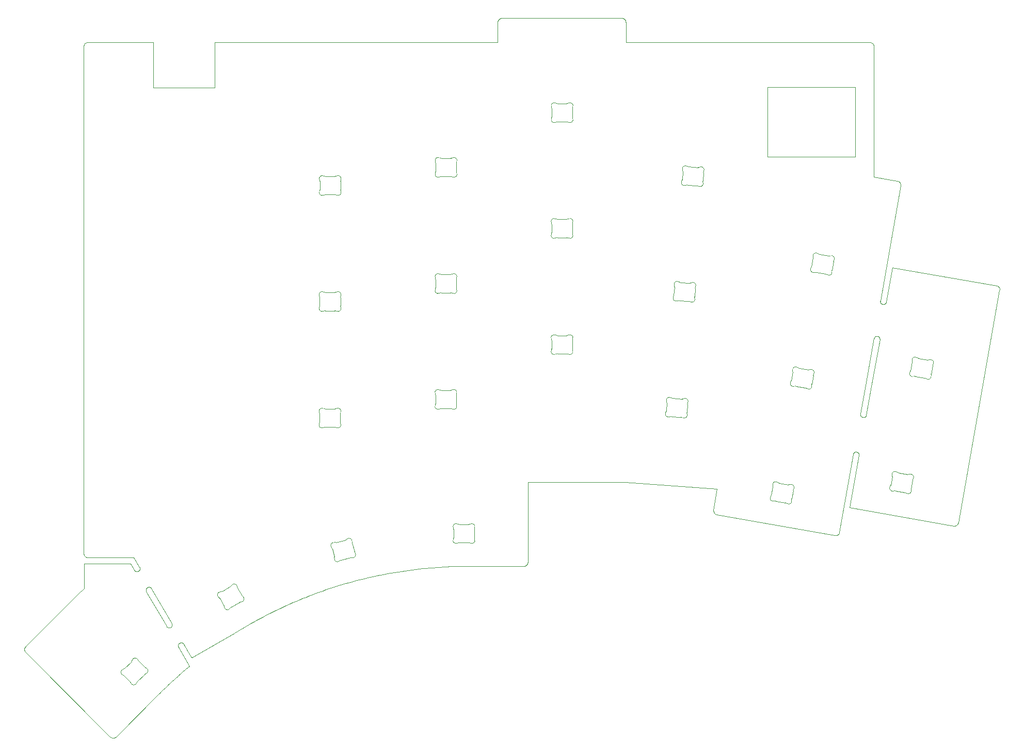
<source format=gm1>
G04 #@! TF.GenerationSoftware,KiCad,Pcbnew,8.0.4-8.0.4-0~ubuntu22.04.1*
G04 #@! TF.CreationDate,2024-08-27T17:14:06+02:00*
G04 #@! TF.ProjectId,klor1_4,6b6c6f72-315f-4342-9e6b-696361645f70,v1.4.0*
G04 #@! TF.SameCoordinates,Original*
G04 #@! TF.FileFunction,Profile,NP*
%FSLAX46Y46*%
G04 Gerber Fmt 4.6, Leading zero omitted, Abs format (unit mm)*
G04 Created by KiCad (PCBNEW 8.0.4-8.0.4-0~ubuntu22.04.1) date 2024-08-27 17:14:06*
%MOMM*%
%LPD*%
G01*
G04 APERTURE LIST*
G04 #@! TA.AperFunction,Profile*
%ADD10C,0.010000*%
G04 #@! TD*
%ADD11C,0.010000*%
G04 #@! TA.AperFunction,Profile*
%ADD12C,0.100000*%
G04 #@! TD*
G04 APERTURE END LIST*
D10*
X94205130Y-149048326D02*
X90890813Y-143336419D01*
X213273752Y-90131044D02*
X212259139Y-95782155D01*
D11*
X95051339Y-148554706D02*
X95063942Y-148574840D01*
X95075312Y-148595542D01*
X95085456Y-148616761D01*
X95094379Y-148638445D01*
X95102089Y-148660542D01*
X95108591Y-148683001D01*
X95113893Y-148705769D01*
X95118000Y-148728796D01*
X95120920Y-148752029D01*
X95122657Y-148775417D01*
X95123220Y-148798909D01*
X95122614Y-148822452D01*
X95120847Y-148845995D01*
X95117923Y-148869486D01*
X95113850Y-148892874D01*
X95108635Y-148916108D01*
X95102283Y-148939134D01*
X95094802Y-148961902D01*
X95086197Y-148984361D01*
X95076475Y-149006458D01*
X95065643Y-149028141D01*
X95053707Y-149049360D01*
X95040673Y-149070063D01*
X95026549Y-149090197D01*
X95011339Y-149109711D01*
X94995052Y-149128554D01*
X94977692Y-149146674D01*
X94959268Y-149164019D01*
X94939785Y-149180538D01*
X94919249Y-149196179D01*
X94897667Y-149210890D01*
X94875047Y-149224620D01*
D10*
X210241503Y-75251875D02*
X210241503Y-53885104D01*
X92045000Y-60619514D02*
X92045000Y-53144670D01*
D11*
X152769828Y-139175891D02*
X152805974Y-139174968D01*
X152841662Y-139172232D01*
X152876846Y-139167727D01*
X152911482Y-139161498D01*
X152945523Y-139153590D01*
X152978926Y-139144049D01*
X153011644Y-139132920D01*
X153043632Y-139120248D01*
X153074846Y-139106078D01*
X153105240Y-139090455D01*
X153134769Y-139073425D01*
X153163388Y-139055033D01*
X153191051Y-139035324D01*
X153217713Y-139014343D01*
X153243330Y-138992135D01*
X153267855Y-138968746D01*
X153291244Y-138944220D01*
X153313452Y-138918604D01*
X153334433Y-138891941D01*
X153354142Y-138864278D01*
X153372534Y-138835660D01*
X153389564Y-138806131D01*
X153405187Y-138775737D01*
X153419357Y-138744523D01*
X153432029Y-138712534D01*
X153443158Y-138679816D01*
X153452699Y-138646414D01*
X153460607Y-138612372D01*
X153466836Y-138577736D01*
X153471341Y-138542552D01*
X153474077Y-138506864D01*
X153475000Y-138470718D01*
X230832582Y-93903724D02*
X230844676Y-93867575D01*
X230854550Y-93831872D01*
X230862254Y-93796647D01*
X230867841Y-93761932D01*
X230871361Y-93727759D01*
X230872868Y-93694161D01*
X230872412Y-93661169D01*
X230870045Y-93628817D01*
X230865818Y-93597136D01*
X230859784Y-93566159D01*
X230851994Y-93535918D01*
X230842499Y-93506445D01*
X230831351Y-93477772D01*
X230818603Y-93449933D01*
X230804305Y-93422958D01*
X230788509Y-93396881D01*
X230771267Y-93371734D01*
X230752631Y-93347548D01*
X230732651Y-93324357D01*
X230711381Y-93302192D01*
X230688871Y-93281086D01*
X230665173Y-93261071D01*
X230640338Y-93242179D01*
X230614419Y-93224443D01*
X230587467Y-93207895D01*
X230559534Y-93192567D01*
X230530671Y-93178492D01*
X230500930Y-93165701D01*
X230470363Y-93154228D01*
X230439021Y-93144103D01*
X230406956Y-93135360D01*
X230374220Y-93128032D01*
D10*
X148538783Y-53144670D02*
X102103080Y-53144670D01*
D11*
X105170585Y-150282382D02*
X105240102Y-150236208D01*
X105309820Y-150190240D01*
X105379732Y-150144480D01*
X105449831Y-150098926D01*
X105520111Y-150053578D01*
X105590565Y-150008437D01*
X105661187Y-149963503D01*
X105731970Y-149918775D01*
X105802908Y-149874254D01*
X105873995Y-149829940D01*
X105945223Y-149785832D01*
X106016588Y-149741931D01*
X106088081Y-149698236D01*
X106159697Y-149654748D01*
X106231429Y-149611466D01*
X106303271Y-149568392D01*
X106375217Y-149525523D01*
X106447259Y-149482862D01*
X106519391Y-149440406D01*
X106591608Y-149398158D01*
X106663901Y-149356116D01*
X106736266Y-149314281D01*
X106808696Y-149272652D01*
X106881183Y-149231230D01*
X106953722Y-149190015D01*
X107026307Y-149149006D01*
X107098930Y-149108204D01*
X107171585Y-149067608D01*
X107244266Y-149027219D01*
X107316966Y-148987037D01*
X107389680Y-148947061D01*
X107462400Y-148907292D01*
D10*
X214084700Y-75921789D02*
X210241503Y-75251875D01*
D11*
X207395000Y-120420000D02*
X207421130Y-120424019D01*
X207446617Y-120429434D01*
X207471436Y-120436191D01*
X207495566Y-120444240D01*
X207518981Y-120453528D01*
X207541658Y-120464004D01*
X207563574Y-120475616D01*
X207584705Y-120488313D01*
X207605027Y-120502043D01*
X207624517Y-120516754D01*
X207643152Y-120532395D01*
X207660907Y-120548914D01*
X207677759Y-120566259D01*
X207693685Y-120584379D01*
X207708660Y-120603222D01*
X207722662Y-120622737D01*
X207735666Y-120642871D01*
X207747649Y-120663573D01*
X207758588Y-120684792D01*
X207768458Y-120706476D01*
X207777237Y-120728573D01*
X207784901Y-120751032D01*
X207791425Y-120773800D01*
X207796787Y-120796827D01*
X207800963Y-120820060D01*
X207803929Y-120843448D01*
X207805662Y-120866939D01*
X207806138Y-120890483D01*
X207805333Y-120914026D01*
X207803224Y-120937517D01*
X207799787Y-120960905D01*
X207795000Y-120984139D01*
X81370965Y-53144670D02*
X81331615Y-53145592D01*
X81292924Y-53148328D01*
X81254930Y-53152833D01*
X81217672Y-53159062D01*
X81181189Y-53166970D01*
X81145520Y-53176511D01*
X81110702Y-53187640D01*
X81076776Y-53200313D01*
X81043779Y-53214483D01*
X81011750Y-53230105D01*
X80980729Y-53247135D01*
X80950754Y-53265528D01*
X80921863Y-53285237D01*
X80894095Y-53306218D01*
X80867490Y-53328426D01*
X80842085Y-53351816D01*
X80817920Y-53376341D01*
X80795034Y-53401958D01*
X80773464Y-53428620D01*
X80753250Y-53456283D01*
X80734431Y-53484902D01*
X80717045Y-53514431D01*
X80701130Y-53544825D01*
X80686727Y-53576039D01*
X80673873Y-53608028D01*
X80662607Y-53640746D01*
X80652968Y-53674149D01*
X80644995Y-53708190D01*
X80638726Y-53742826D01*
X80634201Y-53778010D01*
X80631457Y-53813698D01*
X80630534Y-53849845D01*
D10*
X92045000Y-53144670D02*
X82287690Y-53144670D01*
D11*
X92794784Y-160295850D02*
X92950349Y-160140699D01*
X93106327Y-159985968D01*
X93262718Y-159831663D01*
X93419523Y-159677790D01*
X93576741Y-159524357D01*
X93734372Y-159371369D01*
X93892416Y-159218832D01*
X94050874Y-159066755D01*
X94209744Y-158915142D01*
X94369028Y-158764000D01*
X94528725Y-158613336D01*
X94688835Y-158463156D01*
X94849359Y-158313467D01*
X95010295Y-158164275D01*
X95171645Y-158015587D01*
X95333408Y-157867408D01*
X95495585Y-157719746D01*
X95658174Y-157572607D01*
X95821177Y-157425998D01*
X95984593Y-157279924D01*
X96148422Y-157134393D01*
X96312664Y-156989410D01*
X96477319Y-156844982D01*
X96642388Y-156701117D01*
X96807870Y-156557819D01*
X96973765Y-156415096D01*
X97140073Y-156272954D01*
X97306795Y-156131399D01*
X97473929Y-155990439D01*
X97641477Y-155850079D01*
X97809438Y-155710325D01*
X97977813Y-155571186D01*
X84967353Y-167171297D02*
X84994201Y-167196914D01*
X85021824Y-167220879D01*
X85050171Y-167243191D01*
X85079189Y-167263851D01*
X85108826Y-167282857D01*
X85139032Y-167300211D01*
X85169754Y-167315912D01*
X85200941Y-167329961D01*
X85232542Y-167342357D01*
X85264503Y-167353099D01*
X85296775Y-167362190D01*
X85329305Y-167369627D01*
X85362041Y-167375412D01*
X85394933Y-167379543D01*
X85427928Y-167382023D01*
X85460974Y-167382849D01*
X85494020Y-167382023D01*
X85527015Y-167379543D01*
X85559907Y-167375412D01*
X85592643Y-167369627D01*
X85625173Y-167362190D01*
X85657445Y-167353099D01*
X85689406Y-167342357D01*
X85721007Y-167329961D01*
X85752194Y-167315912D01*
X85782916Y-167300211D01*
X85813122Y-167282857D01*
X85842759Y-167263851D01*
X85871777Y-167243191D01*
X85900124Y-167220879D01*
X85927747Y-167196914D01*
X85954596Y-167171297D01*
D10*
X98400916Y-154196096D02*
X105170585Y-150282382D01*
D11*
X96179617Y-152468420D02*
X96167013Y-152445183D01*
X96155643Y-152421772D01*
X96145500Y-152398219D01*
X96136577Y-152374557D01*
X96128867Y-152350817D01*
X96122365Y-152327031D01*
X96117063Y-152303233D01*
X96112956Y-152279454D01*
X96110037Y-152255727D01*
X96108299Y-152232084D01*
X96107737Y-152208557D01*
X96108343Y-152185179D01*
X96110110Y-152161981D01*
X96113034Y-152138996D01*
X96117107Y-152116257D01*
X96122322Y-152093795D01*
X96128674Y-152071643D01*
X96136155Y-152049834D01*
X96144760Y-152028399D01*
X96154482Y-152007370D01*
X96165314Y-151986781D01*
X96177250Y-151966663D01*
X96190284Y-151947048D01*
X96204409Y-151927970D01*
X96219618Y-151909459D01*
X96235906Y-151891549D01*
X96253265Y-151874271D01*
X96271690Y-151857659D01*
X96291173Y-151841744D01*
X96311709Y-151826558D01*
X96333290Y-151812134D01*
X96355912Y-151798505D01*
D10*
X208840861Y-109477845D02*
X210260861Y-101797847D01*
X169447190Y-125425000D02*
X184537912Y-126482762D01*
D11*
X214613581Y-76697481D02*
X214619168Y-76664434D01*
X214622748Y-76631439D01*
X214624378Y-76598548D01*
X214624117Y-76565812D01*
X214622022Y-76533282D01*
X214618151Y-76501010D01*
X214612563Y-76469048D01*
X214605316Y-76437448D01*
X214596468Y-76406261D01*
X214586077Y-76375538D01*
X214574201Y-76345333D01*
X214560899Y-76315695D01*
X214546227Y-76286677D01*
X214530245Y-76258331D01*
X214513011Y-76230707D01*
X214494582Y-76203859D01*
X214475017Y-76177836D01*
X214454373Y-76152692D01*
X214432710Y-76128477D01*
X214410085Y-76105244D01*
X214386556Y-76083044D01*
X214362181Y-76061928D01*
X214337018Y-76041949D01*
X214311126Y-76023157D01*
X214284563Y-76005605D01*
X214257386Y-75989345D01*
X214229654Y-75974427D01*
X214201425Y-75960904D01*
X214172757Y-75948826D01*
X214143708Y-75938247D01*
X214114336Y-75929217D01*
X214084700Y-75921789D01*
D10*
X211212848Y-101974139D02*
X209792845Y-109654139D01*
X88316928Y-138752788D02*
X80665792Y-138752788D01*
X97977813Y-155571186D02*
X96179617Y-152468420D01*
D11*
X97025826Y-151974800D02*
X97037756Y-151995476D01*
X97052147Y-152020412D01*
X97071689Y-152054269D01*
X97096035Y-152096442D01*
X97124836Y-152146324D01*
X97157742Y-152203307D01*
X97194406Y-152266785D01*
X97234479Y-152336151D01*
X97277612Y-152410798D01*
X97323457Y-152490120D01*
X97371664Y-152573508D01*
X97421886Y-152660357D01*
X97473773Y-152750060D01*
X97526978Y-152842009D01*
X97581151Y-152935598D01*
X97635943Y-153030220D01*
X97691007Y-153125269D01*
X97745993Y-153220136D01*
X97800554Y-153314216D01*
X97854339Y-153406901D01*
X97907001Y-153497585D01*
X97958192Y-153585661D01*
X98007561Y-153670521D01*
X98054761Y-153751560D01*
X98099444Y-153828170D01*
X98141260Y-153899744D01*
X98179861Y-153965675D01*
X98214898Y-154025357D01*
X98246023Y-154078183D01*
X98272886Y-154123545D01*
X98295141Y-154160838D01*
D10*
X209501072Y-53144670D02*
X208549085Y-53144670D01*
D11*
X211695000Y-96170000D02*
X211668870Y-96165980D01*
X211643385Y-96160565D01*
X211618573Y-96153808D01*
X211594457Y-96145759D01*
X211571064Y-96136471D01*
X211548421Y-96125995D01*
X211526552Y-96114383D01*
X211505484Y-96101686D01*
X211485242Y-96087956D01*
X211465852Y-96073245D01*
X211447340Y-96057604D01*
X211429732Y-96041085D01*
X211413054Y-96023740D01*
X211397332Y-96005620D01*
X211382590Y-95986777D01*
X211368856Y-95967262D01*
X211356155Y-95947128D01*
X211344512Y-95926426D01*
X211333955Y-95905207D01*
X211324507Y-95883523D01*
X211316196Y-95861426D01*
X211309047Y-95838967D01*
X211303086Y-95816199D01*
X211298339Y-95793172D01*
X211294831Y-95769939D01*
X211292589Y-95746551D01*
X211291638Y-95723060D01*
X211292004Y-95699516D01*
X211293713Y-95675973D01*
X211296790Y-95652482D01*
X211301262Y-95629094D01*
X211307155Y-95605861D01*
X80630534Y-137060370D02*
X80631456Y-137096516D01*
X80634192Y-137132204D01*
X80638697Y-137167388D01*
X80644926Y-137202024D01*
X80652834Y-137236065D01*
X80662375Y-137269468D01*
X80673504Y-137302186D01*
X80686176Y-137334175D01*
X80700346Y-137365389D01*
X80715969Y-137395783D01*
X80732999Y-137425312D01*
X80751391Y-137453931D01*
X80771100Y-137481594D01*
X80792081Y-137508256D01*
X80814289Y-137533873D01*
X80837678Y-137558399D01*
X80862203Y-137581788D01*
X80887820Y-137603996D01*
X80914482Y-137624977D01*
X80942145Y-137644686D01*
X80970764Y-137663079D01*
X81000293Y-137680109D01*
X81030687Y-137695731D01*
X81061901Y-137709901D01*
X81093889Y-137722574D01*
X81126607Y-137733703D01*
X81160010Y-137743244D01*
X81194051Y-137751152D01*
X81228687Y-137757381D01*
X81263871Y-137761886D01*
X81299559Y-137764622D01*
X81335706Y-137765545D01*
D10*
X80630534Y-53849845D02*
X80630534Y-137060370D01*
D11*
X90890813Y-143336419D02*
X90878209Y-143313182D01*
X90866839Y-143289771D01*
X90856696Y-143266218D01*
X90847773Y-143242556D01*
X90840063Y-143218816D01*
X90833561Y-143195030D01*
X90828260Y-143171232D01*
X90824153Y-143147453D01*
X90821233Y-143123726D01*
X90819496Y-143100083D01*
X90818933Y-143076556D01*
X90819539Y-143053177D01*
X90821307Y-143029980D01*
X90824230Y-143006995D01*
X90828303Y-142984256D01*
X90833519Y-142961794D01*
X90839870Y-142939642D01*
X90847352Y-142917832D01*
X90855957Y-142896397D01*
X90865678Y-142875369D01*
X90876511Y-142854779D01*
X90888447Y-142834661D01*
X90901480Y-142815046D01*
X90915605Y-142795968D01*
X90930815Y-142777457D01*
X90947102Y-142759547D01*
X90964461Y-142742269D01*
X90982886Y-142725657D01*
X91002369Y-142709741D01*
X91022905Y-142694555D01*
X91044487Y-142680131D01*
X91067108Y-142666502D01*
D10*
X77986130Y-145451940D02*
X71110685Y-152327386D01*
X148538783Y-49865612D02*
X148538783Y-53144670D01*
D11*
X183938514Y-129973373D02*
X183936028Y-130006318D01*
X183935156Y-130039018D01*
X183935860Y-130071433D01*
X183938101Y-130103526D01*
X183941839Y-130135258D01*
X183947036Y-130166589D01*
X183953653Y-130197481D01*
X183961652Y-130227896D01*
X183970994Y-130257794D01*
X183981640Y-130287136D01*
X183993552Y-130315885D01*
X184006690Y-130344001D01*
X184021016Y-130371446D01*
X184036491Y-130398180D01*
X184053077Y-130424166D01*
X184070734Y-130449364D01*
X184089425Y-130473735D01*
X184109109Y-130497242D01*
X184129749Y-130519845D01*
X184151306Y-130541505D01*
X184173741Y-130562183D01*
X184197015Y-130581842D01*
X184221089Y-130600442D01*
X184245926Y-130617944D01*
X184271485Y-130634310D01*
X184297729Y-130649501D01*
X184324619Y-130663479D01*
X184352115Y-130676204D01*
X184380180Y-130687637D01*
X184408774Y-130697741D01*
X184437858Y-130706476D01*
X184467395Y-130713804D01*
D10*
X169552968Y-53144670D02*
X169552968Y-49865612D01*
D12*
X192800000Y-60550000D02*
X207200000Y-60550000D01*
X207200000Y-71950000D01*
X192800000Y-71950000D01*
X192800000Y-60550000D01*
D10*
X208027155Y-114165860D02*
X208840861Y-109477845D01*
X85954596Y-167171297D02*
X92794784Y-160295850D01*
D11*
X210241503Y-53885104D02*
X210240579Y-53845854D01*
X210237835Y-53807450D01*
X210233310Y-53769912D01*
X210227041Y-53733257D01*
X210219068Y-53697507D01*
X210209429Y-53662680D01*
X210198163Y-53628795D01*
X210185309Y-53595873D01*
X210170906Y-53563931D01*
X210154991Y-53532991D01*
X210137605Y-53503070D01*
X210118786Y-53474189D01*
X210098572Y-53446367D01*
X210077002Y-53419622D01*
X210054116Y-53393976D01*
X210029951Y-53369446D01*
X210004546Y-53346052D01*
X209977941Y-53323814D01*
X209950173Y-53302751D01*
X209921282Y-53282883D01*
X209891307Y-53264228D01*
X209860286Y-53246806D01*
X209828257Y-53230637D01*
X209795260Y-53215739D01*
X209761334Y-53202133D01*
X209726516Y-53189837D01*
X209690847Y-53178871D01*
X209654364Y-53169255D01*
X209617106Y-53161007D01*
X209579112Y-53154147D01*
X209540421Y-53148695D01*
X209501072Y-53144670D01*
D10*
X204600113Y-133605017D02*
X206830861Y-120807845D01*
D11*
X94875047Y-149224620D02*
X94851810Y-149237223D01*
X94828399Y-149248593D01*
X94804846Y-149258737D01*
X94781184Y-149267660D01*
X94757444Y-149275370D01*
X94733659Y-149281872D01*
X94709861Y-149287174D01*
X94686082Y-149291281D01*
X94662355Y-149294200D01*
X94638711Y-149295938D01*
X94615184Y-149296501D01*
X94591806Y-149295895D01*
X94568608Y-149294127D01*
X94545624Y-149291203D01*
X94522884Y-149287131D01*
X94500422Y-149281915D01*
X94478271Y-149275563D01*
X94456461Y-149268082D01*
X94435026Y-149259477D01*
X94413997Y-149249755D01*
X94393407Y-149238923D01*
X94373289Y-149226987D01*
X94353675Y-149213953D01*
X94334596Y-149199828D01*
X94316085Y-149184619D01*
X94298175Y-149168331D01*
X94280897Y-149150972D01*
X94264285Y-149132547D01*
X94248369Y-149113064D01*
X94233183Y-149092528D01*
X94218759Y-149070946D01*
X94205130Y-149048326D01*
D10*
X102103080Y-53144670D02*
X102103080Y-60619514D01*
X153475000Y-125425000D02*
X169447190Y-125425000D01*
X142967909Y-139175891D02*
X152769828Y-139175891D01*
D11*
X210260861Y-101797847D02*
X210264880Y-101771717D01*
X210270295Y-101746233D01*
X210277052Y-101721420D01*
X210285101Y-101697304D01*
X210294389Y-101673912D01*
X210304865Y-101651268D01*
X210316477Y-101629399D01*
X210329174Y-101608331D01*
X210342904Y-101588089D01*
X210357615Y-101568699D01*
X210373256Y-101550188D01*
X210389775Y-101532580D01*
X210407120Y-101515902D01*
X210425240Y-101500179D01*
X210444083Y-101485438D01*
X210463598Y-101471703D01*
X210483732Y-101459002D01*
X210504434Y-101447359D01*
X210525653Y-101436802D01*
X210547337Y-101427354D01*
X210569434Y-101419043D01*
X210591893Y-101411894D01*
X210614661Y-101405933D01*
X210637688Y-101401185D01*
X210660921Y-101397677D01*
X210684309Y-101395435D01*
X210707800Y-101394484D01*
X210731344Y-101394849D01*
X210754887Y-101396558D01*
X210778378Y-101399635D01*
X210801766Y-101404107D01*
X210825000Y-101410000D01*
D10*
X224098171Y-131983119D02*
X230832582Y-93903724D01*
D11*
X96355912Y-151798505D02*
X96379148Y-151785901D01*
X96402559Y-151774531D01*
X96426112Y-151764388D01*
X96449774Y-151755465D01*
X96473514Y-151747755D01*
X96497299Y-151741253D01*
X96521097Y-151735952D01*
X96544876Y-151731845D01*
X96568603Y-151728925D01*
X96592246Y-151727188D01*
X96615773Y-151726625D01*
X96639152Y-151727231D01*
X96662350Y-151728999D01*
X96685334Y-151731922D01*
X96708074Y-151735995D01*
X96730535Y-151741211D01*
X96752687Y-151747562D01*
X96774497Y-151755044D01*
X96795932Y-151763649D01*
X96816960Y-151773370D01*
X96837550Y-151784203D01*
X96857668Y-151796139D01*
X96877282Y-151809172D01*
X96896361Y-151823297D01*
X96914871Y-151838507D01*
X96932782Y-151854794D01*
X96950059Y-151872153D01*
X96966671Y-151890578D01*
X96982586Y-151910061D01*
X96997772Y-151930597D01*
X97012196Y-151952179D01*
X97025826Y-151974800D01*
D10*
X214014183Y-80117575D02*
X214613581Y-76697481D01*
X184467395Y-130713804D02*
X203824420Y-134133898D01*
D11*
X203824420Y-134133898D02*
X203857466Y-134139585D01*
X203890461Y-134143452D01*
X203923352Y-134145538D01*
X203956089Y-134145880D01*
X203988619Y-134144518D01*
X204020890Y-134141490D01*
X204052852Y-134136835D01*
X204084452Y-134130592D01*
X204115639Y-134122799D01*
X204146362Y-134113496D01*
X204176567Y-134102721D01*
X204206205Y-134090512D01*
X204235223Y-134076909D01*
X204263569Y-134061951D01*
X204291193Y-134045675D01*
X204318041Y-134028121D01*
X204344063Y-134009327D01*
X204369208Y-133989333D01*
X204393422Y-133968176D01*
X204416655Y-133945897D01*
X204438856Y-133922532D01*
X204459971Y-133898122D01*
X204479951Y-133872704D01*
X204498742Y-133846318D01*
X204516294Y-133819003D01*
X204532555Y-133790796D01*
X204547473Y-133761737D01*
X204560997Y-133731865D01*
X204573074Y-133701218D01*
X204583653Y-133669835D01*
X204592683Y-133637755D01*
X204600113Y-133605017D01*
X149208697Y-49195697D02*
X149175753Y-49196618D01*
X149143069Y-49199346D01*
X149110694Y-49203831D01*
X149078680Y-49210020D01*
X149047080Y-49217862D01*
X149015945Y-49227305D01*
X148985326Y-49238298D01*
X148955275Y-49250788D01*
X148925844Y-49264725D01*
X148897085Y-49280056D01*
X148869048Y-49296729D01*
X148841787Y-49314695D01*
X148815351Y-49333899D01*
X148789794Y-49354292D01*
X148765166Y-49375820D01*
X148741520Y-49398434D01*
X148718906Y-49422080D01*
X148697378Y-49446708D01*
X148676985Y-49472265D01*
X148657780Y-49498701D01*
X148639815Y-49525963D01*
X148623142Y-49553999D01*
X148607811Y-49582759D01*
X148593874Y-49612190D01*
X148581384Y-49642240D01*
X148570391Y-49672859D01*
X148560948Y-49703995D01*
X148553106Y-49735595D01*
X148546917Y-49767609D01*
X148542432Y-49799983D01*
X148539704Y-49832668D01*
X148538783Y-49865612D01*
D10*
X230374220Y-93128032D02*
X213273752Y-90131044D01*
D11*
X71110685Y-152327386D02*
X71085067Y-152354234D01*
X71061102Y-152381857D01*
X71038790Y-152410204D01*
X71018130Y-152439222D01*
X70999124Y-152468859D01*
X70981770Y-152499065D01*
X70966069Y-152529787D01*
X70952020Y-152560974D01*
X70939624Y-152592575D01*
X70928882Y-152624536D01*
X70919791Y-152656808D01*
X70912354Y-152689338D01*
X70906569Y-152722074D01*
X70902438Y-152754966D01*
X70899958Y-152787961D01*
X70899132Y-152821007D01*
X70899958Y-152854053D01*
X70902438Y-152887048D01*
X70906569Y-152919940D01*
X70912354Y-152952676D01*
X70919791Y-152985206D01*
X70928882Y-153017478D01*
X70939624Y-153049439D01*
X70952020Y-153081040D01*
X70966069Y-153112227D01*
X70981770Y-153142949D01*
X70999124Y-153173155D01*
X71018130Y-153202792D01*
X71038790Y-153231810D01*
X71061102Y-153260157D01*
X71085067Y-153287780D01*
X71110685Y-153314629D01*
X89586243Y-139986841D02*
X89563006Y-139999444D01*
X89539595Y-140010814D01*
X89516042Y-140020958D01*
X89492380Y-140029881D01*
X89468640Y-140037591D01*
X89444855Y-140044093D01*
X89421057Y-140049395D01*
X89397278Y-140053502D01*
X89373551Y-140056421D01*
X89349907Y-140058159D01*
X89326380Y-140058722D01*
X89303002Y-140058116D01*
X89279804Y-140056348D01*
X89256820Y-140053425D01*
X89234080Y-140049352D01*
X89211618Y-140044136D01*
X89189467Y-140037785D01*
X89167657Y-140030303D01*
X89146222Y-140021698D01*
X89125193Y-140011977D01*
X89104603Y-140001144D01*
X89084485Y-139989208D01*
X89064871Y-139976175D01*
X89045792Y-139962050D01*
X89027281Y-139946841D01*
X89009371Y-139930553D01*
X88992093Y-139913194D01*
X88975481Y-139894769D01*
X88959565Y-139875286D01*
X88944379Y-139854751D01*
X88929955Y-139833169D01*
X88916326Y-139810549D01*
D10*
X88845809Y-137765545D02*
X89762535Y-139316927D01*
X88916326Y-139810549D02*
X88316928Y-138752788D01*
D11*
X107462400Y-148907292D02*
X107982580Y-148608666D01*
X108505105Y-148314419D01*
X109029837Y-148024587D01*
X109556642Y-147739210D01*
X110085384Y-147458326D01*
X110615927Y-147181974D01*
X111148136Y-146910193D01*
X111681874Y-146643022D01*
X112217007Y-146380499D01*
X112753400Y-146122664D01*
X113290915Y-145869554D01*
X113829418Y-145621208D01*
X114368774Y-145377666D01*
X114908846Y-145138966D01*
X115449499Y-144905147D01*
X115990597Y-144676248D01*
X116532006Y-144452306D01*
X117073589Y-144233362D01*
X117615210Y-144019453D01*
X118156735Y-143810619D01*
X118698027Y-143606898D01*
X119238951Y-143408329D01*
X119779372Y-143214950D01*
X120319153Y-143026801D01*
X120858160Y-142843920D01*
X121396257Y-142666346D01*
X121933307Y-142494118D01*
X122469176Y-142327274D01*
X123003728Y-142165853D01*
X123536828Y-142009894D01*
X124068339Y-141859436D01*
X124598127Y-141714517D01*
X206830861Y-120807845D02*
X206834880Y-120781715D01*
X206840295Y-120756230D01*
X206847052Y-120731418D01*
X206855101Y-120707302D01*
X206864389Y-120683910D01*
X206874865Y-120661266D01*
X206886477Y-120639397D01*
X206899174Y-120618329D01*
X206912904Y-120598087D01*
X206927615Y-120578697D01*
X206943256Y-120560186D01*
X206959775Y-120542578D01*
X206977120Y-120525900D01*
X206995240Y-120510177D01*
X207014083Y-120495436D01*
X207033598Y-120481702D01*
X207053732Y-120469001D01*
X207074435Y-120457358D01*
X207095654Y-120446801D01*
X207117337Y-120437353D01*
X207139434Y-120429042D01*
X207161893Y-120421893D01*
X207184661Y-120415932D01*
X207207688Y-120411185D01*
X207230921Y-120407677D01*
X207254309Y-120405435D01*
X207277800Y-120404483D01*
X207301344Y-120404849D01*
X207324887Y-120406558D01*
X207348378Y-120409635D01*
X207371766Y-120414107D01*
X207395000Y-120420000D01*
X124598127Y-141714517D02*
X125176986Y-141561534D01*
X125756568Y-141413303D01*
X126336770Y-141269823D01*
X126917488Y-141131095D01*
X127498620Y-140997119D01*
X128080061Y-140867895D01*
X128661709Y-140743422D01*
X129243461Y-140623701D01*
X129825212Y-140508731D01*
X130406860Y-140398514D01*
X130988301Y-140293047D01*
X131569433Y-140192333D01*
X132150151Y-140096370D01*
X132730353Y-140005159D01*
X133309935Y-139918700D01*
X133888794Y-139836992D01*
X134466826Y-139760036D01*
X135043929Y-139687831D01*
X135619999Y-139620378D01*
X136194933Y-139557677D01*
X136768627Y-139499727D01*
X137340978Y-139446529D01*
X137911883Y-139398083D01*
X138481239Y-139354389D01*
X139048942Y-139315446D01*
X139614889Y-139281254D01*
X140178976Y-139251815D01*
X140741101Y-139227126D01*
X141301160Y-139207190D01*
X141859050Y-139192005D01*
X142414667Y-139181572D01*
X142967909Y-139175891D01*
D10*
X209792845Y-109654139D02*
X208979139Y-114342152D01*
X80665792Y-138752788D02*
X80665792Y-142807538D01*
X82287690Y-53144670D02*
X81370965Y-53144670D01*
X71110685Y-153314629D02*
X84967353Y-167171297D01*
X211307155Y-95605861D02*
X214014183Y-80117575D01*
D11*
X91067108Y-142666502D02*
X91090344Y-142653898D01*
X91113755Y-142642528D01*
X91137307Y-142632385D01*
X91160970Y-142623461D01*
X91184710Y-142615752D01*
X91208495Y-142609249D01*
X91232293Y-142603948D01*
X91256072Y-142599841D01*
X91279799Y-142596922D01*
X91303442Y-142595184D01*
X91326969Y-142594621D01*
X91350347Y-142595227D01*
X91373545Y-142596995D01*
X91396529Y-142599918D01*
X91419269Y-142603991D01*
X91441730Y-142609207D01*
X91463882Y-142615558D01*
X91485691Y-142623040D01*
X91507127Y-142631645D01*
X91528155Y-142641366D01*
X91548744Y-142652199D01*
X91568862Y-142664135D01*
X91588477Y-142677168D01*
X91607556Y-142691293D01*
X91626066Y-142706503D01*
X91643976Y-142722790D01*
X91661254Y-142740149D01*
X91677866Y-142758574D01*
X91693782Y-142778057D01*
X91708968Y-142798593D01*
X91723392Y-142820175D01*
X91737022Y-142842796D01*
X169552968Y-49865612D02*
X169552046Y-49832668D01*
X169549318Y-49799983D01*
X169544833Y-49767609D01*
X169538644Y-49735595D01*
X169530802Y-49703995D01*
X169521359Y-49672859D01*
X169510366Y-49642240D01*
X169497876Y-49612190D01*
X169483939Y-49582759D01*
X169468608Y-49553999D01*
X169451934Y-49525963D01*
X169433969Y-49498701D01*
X169414765Y-49472265D01*
X169394372Y-49446708D01*
X169372843Y-49422080D01*
X169350230Y-49398434D01*
X169326583Y-49375820D01*
X169301956Y-49354292D01*
X169276398Y-49333899D01*
X169249963Y-49314695D01*
X169222701Y-49296729D01*
X169194664Y-49280056D01*
X169165905Y-49264725D01*
X169136474Y-49250788D01*
X169106423Y-49238298D01*
X169075804Y-49227305D01*
X169044668Y-49217862D01*
X169013068Y-49210020D01*
X168981054Y-49203831D01*
X168948679Y-49199346D01*
X168915994Y-49196618D01*
X168883051Y-49195697D01*
X208979139Y-114342152D02*
X208975119Y-114368281D01*
X208969704Y-114393766D01*
X208962947Y-114418578D01*
X208954898Y-114442694D01*
X208945610Y-114466087D01*
X208935134Y-114488730D01*
X208923522Y-114510599D01*
X208910825Y-114531667D01*
X208897095Y-114551909D01*
X208882384Y-114571299D01*
X208866743Y-114589811D01*
X208850224Y-114607419D01*
X208832879Y-114624097D01*
X208814759Y-114639820D01*
X208795916Y-114654561D01*
X208776401Y-114668295D01*
X208756267Y-114680997D01*
X208735565Y-114692639D01*
X208714346Y-114703197D01*
X208692662Y-114712644D01*
X208670565Y-114720956D01*
X208648106Y-114728105D01*
X208625338Y-114734066D01*
X208602311Y-114738813D01*
X208579078Y-114742321D01*
X208555690Y-114744564D01*
X208532199Y-114745515D01*
X208508655Y-114745149D01*
X208485112Y-114743441D01*
X208461621Y-114740363D01*
X208438233Y-114735892D01*
X208415000Y-114730000D01*
X223322479Y-132547258D02*
X223358627Y-132552944D01*
X223394330Y-132556804D01*
X223429556Y-132558869D01*
X223464271Y-132559171D01*
X223498444Y-132557743D01*
X223532043Y-132554617D01*
X223565034Y-132549826D01*
X223597387Y-132543401D01*
X223629068Y-132535375D01*
X223660045Y-132525780D01*
X223690286Y-132514648D01*
X223719760Y-132502013D01*
X223748432Y-132487905D01*
X223776272Y-132472358D01*
X223803246Y-132455403D01*
X223829323Y-132437073D01*
X223854471Y-132417401D01*
X223878656Y-132396417D01*
X223901847Y-132374156D01*
X223924012Y-132350648D01*
X223945118Y-132325927D01*
X223965133Y-132300024D01*
X223984024Y-132272972D01*
X224001760Y-132244803D01*
X224018308Y-132215550D01*
X224033636Y-132185244D01*
X224047711Y-132153918D01*
X224060502Y-132121605D01*
X224071975Y-132088336D01*
X224082099Y-132054143D01*
X224090842Y-132019060D01*
X224098171Y-131983119D01*
D10*
X91737022Y-142842796D02*
X95051339Y-148554706D01*
D11*
X210825000Y-101410000D02*
X210847927Y-101414019D01*
X210870416Y-101419434D01*
X210892440Y-101426191D01*
X210913973Y-101434240D01*
X210934989Y-101443528D01*
X210955464Y-101454004D01*
X210975370Y-101465616D01*
X210994682Y-101478313D01*
X211013375Y-101492043D01*
X211031422Y-101506754D01*
X211048797Y-101522395D01*
X211065475Y-101538914D01*
X211081431Y-101556259D01*
X211096637Y-101574379D01*
X211111068Y-101593222D01*
X211124699Y-101612737D01*
X211137504Y-101632871D01*
X211149456Y-101653573D01*
X211160531Y-101674792D01*
X211170701Y-101696476D01*
X211179942Y-101718573D01*
X211188228Y-101741032D01*
X211195532Y-101763800D01*
X211201829Y-101786827D01*
X211207092Y-101810060D01*
X211211298Y-101833448D01*
X211214418Y-101856939D01*
X211216428Y-101880483D01*
X211217302Y-101904026D01*
X211217014Y-101927517D01*
X211215537Y-101950905D01*
X211212848Y-101974139D01*
X80665792Y-142807538D02*
X80579851Y-142887073D01*
X80493923Y-142967002D01*
X80408020Y-143047306D01*
X80322157Y-143127965D01*
X80236345Y-143208959D01*
X80150598Y-143290270D01*
X80064928Y-143371878D01*
X79979349Y-143453763D01*
X79893872Y-143535907D01*
X79808512Y-143618289D01*
X79723282Y-143700892D01*
X79638193Y-143783694D01*
X79553259Y-143866677D01*
X79468493Y-143949821D01*
X79383908Y-144033107D01*
X79299516Y-144116516D01*
X79215331Y-144200029D01*
X79131366Y-144283625D01*
X79047633Y-144367286D01*
X78964145Y-144450992D01*
X78880916Y-144534724D01*
X78797957Y-144618462D01*
X78715283Y-144702187D01*
X78632906Y-144785881D01*
X78550839Y-144869522D01*
X78469094Y-144953092D01*
X78387686Y-145036573D01*
X78306625Y-145119943D01*
X78225927Y-145203184D01*
X78145603Y-145286277D01*
X78065666Y-145369202D01*
X77986130Y-145451940D01*
X208415000Y-114730000D02*
X208391972Y-114725980D01*
X208369196Y-114720565D01*
X208346717Y-114713808D01*
X208324581Y-114705759D01*
X208302832Y-114696471D01*
X208281515Y-114685995D01*
X208260676Y-114674383D01*
X208240360Y-114661686D01*
X208220612Y-114647956D01*
X208201477Y-114633245D01*
X208183001Y-114617604D01*
X208165229Y-114601085D01*
X208148205Y-114583740D01*
X208131976Y-114565619D01*
X208116585Y-114546776D01*
X208102080Y-114527262D01*
X208088504Y-114507128D01*
X208075903Y-114486425D01*
X208064321Y-114465206D01*
X208053806Y-114443522D01*
X208044400Y-114421425D01*
X208036150Y-114398967D01*
X208029101Y-114376199D01*
X208023298Y-114353172D01*
X208018787Y-114329939D01*
X208015611Y-114306550D01*
X208013818Y-114283059D01*
X208013451Y-114259516D01*
X208014556Y-114235973D01*
X208017178Y-114212481D01*
X208021362Y-114189093D01*
X208027155Y-114165860D01*
D10*
X208549085Y-53144670D02*
X169552968Y-53144670D01*
X102103080Y-60619514D02*
X92045000Y-60619514D01*
X81335706Y-137765545D02*
X88845809Y-137765545D01*
X206292528Y-129515009D02*
X223322479Y-132547258D01*
X168883051Y-49195697D02*
X149208697Y-49195697D01*
X153475000Y-138470718D02*
X153475000Y-125425000D01*
D11*
X89762535Y-139316927D02*
X89775138Y-139340163D01*
X89786508Y-139363574D01*
X89796652Y-139387127D01*
X89805575Y-139410789D01*
X89813285Y-139434529D01*
X89819787Y-139458314D01*
X89825089Y-139482112D01*
X89829196Y-139505891D01*
X89832115Y-139529618D01*
X89833853Y-139553261D01*
X89834416Y-139576788D01*
X89833810Y-139600167D01*
X89832042Y-139623365D01*
X89829119Y-139646349D01*
X89825046Y-139669089D01*
X89819830Y-139691550D01*
X89813479Y-139713702D01*
X89805997Y-139735512D01*
X89797392Y-139756947D01*
X89787671Y-139777975D01*
X89776838Y-139798565D01*
X89764902Y-139818683D01*
X89751869Y-139838297D01*
X89737744Y-139857376D01*
X89722535Y-139875886D01*
X89706247Y-139893797D01*
X89688888Y-139911074D01*
X89670463Y-139927686D01*
X89650980Y-139943601D01*
X89630445Y-139958787D01*
X89608863Y-139973211D01*
X89586243Y-139986841D01*
D10*
X207795000Y-120984139D02*
X206292528Y-129515009D01*
D11*
X98295141Y-154160838D02*
X98305057Y-154169853D01*
X98314973Y-154177184D01*
X98324890Y-154183004D01*
X98334806Y-154187488D01*
X98344723Y-154190809D01*
X98354639Y-154193143D01*
X98364555Y-154194663D01*
X98377777Y-154195726D01*
X98390999Y-154196066D01*
X98400916Y-154196096D01*
D10*
X184537912Y-126482762D02*
X183938514Y-129973373D01*
D11*
X212259139Y-95782155D02*
X212255119Y-95808284D01*
X212249704Y-95833769D01*
X212242947Y-95858581D01*
X212234898Y-95882697D01*
X212225610Y-95906089D01*
X212215134Y-95928733D01*
X212203522Y-95950602D01*
X212190825Y-95971670D01*
X212177095Y-95991912D01*
X212162384Y-96011302D01*
X212146743Y-96029813D01*
X212130224Y-96047421D01*
X212112879Y-96064099D01*
X212094759Y-96079822D01*
X212075916Y-96094563D01*
X212056401Y-96108297D01*
X212036267Y-96120998D01*
X212015565Y-96132641D01*
X211994346Y-96143198D01*
X211972662Y-96152646D01*
X211950565Y-96160957D01*
X211928106Y-96168106D01*
X211905338Y-96174067D01*
X211882311Y-96178814D01*
X211859078Y-96182322D01*
X211835690Y-96184564D01*
X211812199Y-96185516D01*
X211788655Y-96185150D01*
X211765112Y-96183441D01*
X211741621Y-96180364D01*
X211718233Y-96175892D01*
X211695000Y-96170000D01*
D12*
X88247299Y-158167469D02*
X87253330Y-157173500D01*
X88453498Y-154845982D02*
X87329973Y-155969507D01*
X90574817Y-156967301D02*
X89451292Y-158090826D01*
X90651461Y-155763307D02*
X89657492Y-154769338D01*
X87064983Y-157055135D02*
G75*
G02*
X87253330Y-157173500I-165221J-471943D01*
G01*
X87064984Y-157055136D02*
G75*
G02*
X87103304Y-156099585I165200J471919D01*
G01*
X87329973Y-155969506D02*
G75*
G02*
X87103304Y-156099585I-353558J353561D01*
G01*
X88247300Y-158167469D02*
G75*
G02*
X88365664Y-158355816I-353571J-353563D01*
G01*
X88583577Y-154619312D02*
G75*
G02*
X88453498Y-154845980I-483526J126826D01*
G01*
X88583579Y-154619314D02*
G75*
G02*
X89539129Y-154580990I483632J-126875D01*
G01*
X89321214Y-158317495D02*
G75*
G02*
X88365663Y-158355815I-483632J126885D01*
G01*
X89321214Y-158317495D02*
G75*
G02*
X89451293Y-158090826I483616J-126876D01*
G01*
X89657492Y-154769338D02*
G75*
G02*
X89539124Y-154580992I353572J353573D01*
G01*
X90574819Y-156967301D02*
G75*
G02*
X90801489Y-156837228I353574J-353612D01*
G01*
X90839808Y-155881672D02*
G75*
G02*
X90651461Y-155763308I165165J471856D01*
G01*
X90839808Y-155881672D02*
G75*
G02*
X90801488Y-156837224I-165209J-471919D01*
G01*
X141303075Y-134525685D02*
X141303075Y-133120001D01*
X143797526Y-132322844D02*
X142208621Y-132322844D01*
X143797526Y-135322842D02*
X142208621Y-135322842D01*
X144703073Y-134525685D02*
X144703073Y-133120001D01*
X141253590Y-132903123D02*
G75*
G02*
X141303075Y-133120001I-450543J-216885D01*
G01*
X141253590Y-132903124D02*
G75*
G02*
X141956363Y-132254544I450511J216883D01*
G01*
X141303075Y-134525686D02*
G75*
G02*
X141253590Y-134742563I-500028J8D01*
G01*
X141956363Y-135391142D02*
G75*
G02*
X141253589Y-134742562I-252258J431702D01*
G01*
X141956363Y-135391142D02*
G75*
G02*
X142208622Y-135322843I252253J-431683D01*
G01*
X142208622Y-132322843D02*
G75*
G02*
X141956363Y-132254544I2J500009D01*
G01*
X143797527Y-135322843D02*
G75*
G02*
X144049782Y-135391147I-27J-500057D01*
G01*
X144049785Y-132254544D02*
G75*
G02*
X143797527Y-132322844I-252245J431644D01*
G01*
X144049785Y-132254546D02*
G75*
G02*
X144752559Y-132903124I252265J-431694D01*
G01*
X144703073Y-133120001D02*
G75*
G02*
X144752555Y-132903122I500027J1D01*
G01*
X144752558Y-134742563D02*
G75*
G02*
X144049784Y-135391145I-450518J-216877D01*
G01*
X144752558Y-134742563D02*
G75*
G02*
X144703063Y-134525686I450342J216863D01*
G01*
X178785773Y-75731549D02*
X178883829Y-74329289D01*
X181218541Y-76700768D02*
X179633507Y-76589932D01*
X181427810Y-73708078D02*
X179842776Y-73597242D01*
X182177489Y-75968721D02*
X182275545Y-74566461D01*
X178785773Y-75731550D02*
G75*
G02*
X178721280Y-75944447I-498809J34888D01*
G01*
X178849593Y-74109488D02*
G75*
G02*
X178883829Y-74329289I-464583J-184929D01*
G01*
X178849593Y-74109489D02*
G75*
G02*
X179595896Y-73511512I464543J184928D01*
G01*
X179377099Y-76640469D02*
G75*
G02*
X178721280Y-75944446I-221532J448244D01*
G01*
X179377099Y-76640469D02*
G75*
G02*
X179633507Y-76589934I221525J-448228D01*
G01*
X179842777Y-73597241D02*
G75*
G02*
X179595897Y-73511510I34878J498778D01*
G01*
X181218542Y-76700769D02*
G75*
G02*
X181465418Y-76786503I-34909J-498837D01*
G01*
X181684219Y-73657541D02*
G75*
G02*
X181427811Y-73708078I-221528J448229D01*
G01*
X181684219Y-73657543D02*
G75*
G02*
X182340040Y-74353564I221537J-448240D01*
G01*
X182211725Y-76188521D02*
G75*
G02*
X181465419Y-76786502I-464549J-184924D01*
G01*
X182211725Y-76188521D02*
G75*
G02*
X182177489Y-75968722I464472J184912D01*
G01*
X182275545Y-74566461D02*
G75*
G02*
X182340035Y-74353561I498809J-34879D01*
G01*
X121741429Y-137645232D02*
X121377611Y-136287445D01*
X123580747Y-134871839D02*
X122045982Y-135283078D01*
X124357203Y-137769615D02*
X122822439Y-138180854D01*
X125025575Y-136765248D02*
X124661757Y-135407461D01*
X121273680Y-136090765D02*
G75*
G02*
X121377611Y-136287445I-379057J-326104D01*
G01*
X121273681Y-136090766D02*
G75*
G02*
X121784642Y-135282395I379026J326094D01*
G01*
X121741429Y-137645233D02*
G75*
G02*
X121749761Y-137867527I-482983J-129407D01*
G01*
X122045983Y-135283077D02*
G75*
G02*
X121784642Y-135282394I-129410J482972D01*
G01*
X122596454Y-138312116D02*
G75*
G02*
X121749760Y-137867527I-355398J351699D01*
G01*
X122596454Y-138312116D02*
G75*
G02*
X122822440Y-138180855I355444J-351788D01*
G01*
X123806733Y-134740577D02*
G75*
G02*
X123580747Y-134871838I-355371J351660D01*
G01*
X123806733Y-134740579D02*
G75*
G02*
X124653425Y-135185165I355400J-351693D01*
G01*
X124357204Y-137769616D02*
G75*
G02*
X124618542Y-137770304I129399J-483025D01*
G01*
X124661757Y-135407461D02*
G75*
G02*
X124653421Y-135185164I482989J129417D01*
G01*
X125129506Y-136961928D02*
G75*
G02*
X124618543Y-137770301I-379035J-326090D01*
G01*
X125129506Y-136961928D02*
G75*
G02*
X125025575Y-136765249I378965J326057D01*
G01*
X157389474Y-84430945D02*
X157389474Y-83025261D01*
X159883925Y-82228104D02*
X158295020Y-82228104D01*
X159883925Y-85228102D02*
X158295020Y-85228102D01*
X160789472Y-84430945D02*
X160789472Y-83025261D01*
X157339989Y-82808383D02*
G75*
G02*
X157389474Y-83025261I-450543J-216885D01*
G01*
X157339989Y-82808384D02*
G75*
G02*
X158042762Y-82159804I450511J216883D01*
G01*
X157389474Y-84430946D02*
G75*
G02*
X157339989Y-84647823I-500028J8D01*
G01*
X158042762Y-85296402D02*
G75*
G02*
X157339988Y-84647822I-252258J431702D01*
G01*
X158042762Y-85296402D02*
G75*
G02*
X158295021Y-85228103I252253J-431683D01*
G01*
X158295021Y-82228103D02*
G75*
G02*
X158042762Y-82159804I2J500009D01*
G01*
X159883926Y-85228103D02*
G75*
G02*
X160136181Y-85296407I-27J-500057D01*
G01*
X160136184Y-82159804D02*
G75*
G02*
X159883926Y-82228104I-252245J431644D01*
G01*
X160136184Y-82159806D02*
G75*
G02*
X160838958Y-82808384I252265J-431694D01*
G01*
X160789472Y-83025261D02*
G75*
G02*
X160838954Y-82808382I500027J1D01*
G01*
X160838957Y-84647823D02*
G75*
G02*
X160136183Y-85296405I-450518J-216877D01*
G01*
X160838957Y-84647823D02*
G75*
G02*
X160789462Y-84430946I450342J216863D01*
G01*
X216279771Y-107059234D02*
X216523865Y-105674906D01*
X218597901Y-108277437D02*
X217033135Y-108001527D01*
X219118845Y-105323016D02*
X217554079Y-105047106D01*
X219628115Y-107649638D02*
X219872210Y-106265309D01*
X216279771Y-107059235D02*
G75*
G02*
X216193377Y-107264224I-492431J86837D01*
G01*
X216512792Y-105452729D02*
G75*
G02*
X216523865Y-105674906I-481360J-135355D01*
G01*
X216512792Y-105452730D02*
G75*
G02*
X217317513Y-104936039I481328J135357D01*
G01*
X216772849Y-108024985D02*
G75*
G02*
X216193376Y-107264222I-173462J468948D01*
G01*
X216772849Y-108024985D02*
G75*
G02*
X217033135Y-108001528I173459J-468928D01*
G01*
X217554080Y-105047105D02*
G75*
G02*
X217317513Y-104936039I86828J492413D01*
G01*
X218597901Y-108277438D02*
G75*
G02*
X218834464Y-108388508I-86860J-492456D01*
G01*
X219379131Y-105299558D02*
G75*
G02*
X219118846Y-105323016I-173461J468929D01*
G01*
X219379131Y-105299560D02*
G75*
G02*
X219958605Y-106060320I173470J-468941D01*
G01*
X219639188Y-107871814D02*
G75*
G02*
X218834465Y-108388506I-481334J-135350D01*
G01*
X219639188Y-107871814D02*
G75*
G02*
X219628118Y-107649640I480845J135321D01*
G01*
X219872210Y-106265309D02*
G75*
G02*
X219958601Y-106060317I492430J-86828D01*
G01*
X176165773Y-113741549D02*
X176263829Y-112339289D01*
X178598541Y-114710768D02*
X177013507Y-114599932D01*
X178807810Y-111718078D02*
X177222776Y-111607242D01*
X179557489Y-113978721D02*
X179655545Y-112576461D01*
X176165773Y-113741550D02*
G75*
G02*
X176101280Y-113954447I-498809J34888D01*
G01*
X176229593Y-112119488D02*
G75*
G02*
X176263829Y-112339289I-464583J-184929D01*
G01*
X176229593Y-112119489D02*
G75*
G02*
X176975896Y-111521512I464543J184928D01*
G01*
X176757099Y-114650469D02*
G75*
G02*
X176101280Y-113954446I-221532J448244D01*
G01*
X176757099Y-114650469D02*
G75*
G02*
X177013507Y-114599934I221525J-448228D01*
G01*
X177222777Y-111607241D02*
G75*
G02*
X176975897Y-111521510I34878J498778D01*
G01*
X178598542Y-114710769D02*
G75*
G02*
X178845418Y-114796503I-34909J-498837D01*
G01*
X179064219Y-111667541D02*
G75*
G02*
X178807811Y-111718078I-221528J448229D01*
G01*
X179064219Y-111667543D02*
G75*
G02*
X179720040Y-112363564I221537J-448240D01*
G01*
X179591725Y-114198521D02*
G75*
G02*
X178845419Y-114796502I-464549J-184924D01*
G01*
X179591725Y-114198521D02*
G75*
G02*
X179557489Y-113978722I464472J184912D01*
G01*
X179655545Y-112576461D02*
G75*
G02*
X179720035Y-112363561I498809J-34879D01*
G01*
X119340106Y-96440425D02*
X119340106Y-95034741D01*
X121834557Y-94237584D02*
X120245652Y-94237584D01*
X121834557Y-97237582D02*
X120245652Y-97237582D01*
X122740104Y-96440425D02*
X122740104Y-95034741D01*
X119290621Y-94817863D02*
G75*
G02*
X119340106Y-95034741I-450543J-216885D01*
G01*
X119290621Y-94817864D02*
G75*
G02*
X119993394Y-94169284I450511J216883D01*
G01*
X119340106Y-96440426D02*
G75*
G02*
X119290621Y-96657303I-500028J8D01*
G01*
X119993394Y-97305882D02*
G75*
G02*
X119290620Y-96657302I-252258J431702D01*
G01*
X119993394Y-97305882D02*
G75*
G02*
X120245653Y-97237583I252253J-431683D01*
G01*
X120245653Y-94237583D02*
G75*
G02*
X119993394Y-94169284I2J500009D01*
G01*
X121834558Y-97237583D02*
G75*
G02*
X122086813Y-97305887I-27J-500057D01*
G01*
X122086816Y-94169284D02*
G75*
G02*
X121834558Y-94237584I-252245J431644D01*
G01*
X122086816Y-94169286D02*
G75*
G02*
X122789590Y-94817864I252265J-431694D01*
G01*
X122740104Y-95034741D02*
G75*
G02*
X122789586Y-94817862I500027J1D01*
G01*
X122789589Y-96657303D02*
G75*
G02*
X122086815Y-97305885I-450518J-216877D01*
G01*
X122789589Y-96657303D02*
G75*
G02*
X122740094Y-96440426I450342J216863D01*
G01*
X212999771Y-125859234D02*
X213243865Y-124474906D01*
X215317901Y-127077437D02*
X213753135Y-126801527D01*
X215838845Y-124123016D02*
X214274079Y-123847106D01*
X216348115Y-126449638D02*
X216592210Y-125065309D01*
X212999771Y-125859235D02*
G75*
G02*
X212913377Y-126064224I-492431J86837D01*
G01*
X213232792Y-124252729D02*
G75*
G02*
X213243865Y-124474906I-481360J-135355D01*
G01*
X213232792Y-124252730D02*
G75*
G02*
X214037513Y-123736039I481328J135357D01*
G01*
X213492849Y-126824985D02*
G75*
G02*
X212913376Y-126064222I-173462J468948D01*
G01*
X213492849Y-126824985D02*
G75*
G02*
X213753135Y-126801528I173459J-468928D01*
G01*
X214274080Y-123847105D02*
G75*
G02*
X214037513Y-123736039I86828J492413D01*
G01*
X215317901Y-127077438D02*
G75*
G02*
X215554464Y-127188508I-86860J-492456D01*
G01*
X216099131Y-124099558D02*
G75*
G02*
X215838846Y-124123016I-173461J468929D01*
G01*
X216099131Y-124099560D02*
G75*
G02*
X216678605Y-124860320I173470J-468941D01*
G01*
X216359188Y-126671814D02*
G75*
G02*
X215554465Y-127188506I-481334J-135350D01*
G01*
X216359188Y-126671814D02*
G75*
G02*
X216348118Y-126449640I480845J135321D01*
G01*
X216592210Y-125065309D02*
G75*
G02*
X216678601Y-124860317I492430J-86828D01*
G01*
X119323075Y-115555685D02*
X119323075Y-114150001D01*
X121817526Y-113352844D02*
X120228621Y-113352844D01*
X121817526Y-116352842D02*
X120228621Y-116352842D01*
X122723073Y-115555685D02*
X122723073Y-114150001D01*
X119273590Y-113933123D02*
G75*
G02*
X119323075Y-114150001I-450543J-216885D01*
G01*
X119273590Y-113933124D02*
G75*
G02*
X119976363Y-113284544I450511J216883D01*
G01*
X119323075Y-115555686D02*
G75*
G02*
X119273590Y-115772563I-500028J8D01*
G01*
X119976363Y-116421142D02*
G75*
G02*
X119273589Y-115772562I-252258J431702D01*
G01*
X119976363Y-116421142D02*
G75*
G02*
X120228622Y-116352843I252253J-431683D01*
G01*
X120228622Y-113352843D02*
G75*
G02*
X119976363Y-113284544I2J500009D01*
G01*
X121817527Y-116352843D02*
G75*
G02*
X122069782Y-116421147I-27J-500057D01*
G01*
X122069785Y-113284544D02*
G75*
G02*
X121817527Y-113352844I-252245J431644D01*
G01*
X122069785Y-113284546D02*
G75*
G02*
X122772559Y-113933124I252265J-431694D01*
G01*
X122723073Y-114150001D02*
G75*
G02*
X122772555Y-113933122I500027J1D01*
G01*
X122772558Y-115772563D02*
G75*
G02*
X122069784Y-116421145I-450518J-216877D01*
G01*
X122772558Y-115772563D02*
G75*
G02*
X122723063Y-115555686I450342J216863D01*
G01*
X119363075Y-77385685D02*
X119363075Y-75980001D01*
X121857526Y-75182844D02*
X120268621Y-75182844D01*
X121857526Y-78182842D02*
X120268621Y-78182842D01*
X122763073Y-77385685D02*
X122763073Y-75980001D01*
X119313590Y-75763123D02*
G75*
G02*
X119363075Y-75980001I-450543J-216885D01*
G01*
X119313590Y-75763124D02*
G75*
G02*
X120016363Y-75114544I450511J216883D01*
G01*
X119363075Y-77385686D02*
G75*
G02*
X119313590Y-77602563I-500028J8D01*
G01*
X120016363Y-78251142D02*
G75*
G02*
X119313589Y-77602562I-252258J431702D01*
G01*
X120016363Y-78251142D02*
G75*
G02*
X120268622Y-78182843I252253J-431683D01*
G01*
X120268622Y-75182843D02*
G75*
G02*
X120016363Y-75114544I2J500009D01*
G01*
X121857527Y-78182843D02*
G75*
G02*
X122109782Y-78251147I-27J-500057D01*
G01*
X122109785Y-75114544D02*
G75*
G02*
X121857527Y-75182844I-252245J431644D01*
G01*
X122109785Y-75114546D02*
G75*
G02*
X122812559Y-75763124I252265J-431694D01*
G01*
X122763073Y-75980001D02*
G75*
G02*
X122812555Y-75763122I500027J1D01*
G01*
X122812558Y-77602563D02*
G75*
G02*
X122109784Y-78251145I-450518J-216877D01*
G01*
X122812558Y-77602563D02*
G75*
G02*
X122763063Y-77385686I450342J216863D01*
G01*
X177425773Y-94711549D02*
X177523829Y-93309289D01*
X179858541Y-95680768D02*
X178273507Y-95569932D01*
X180067810Y-92688078D02*
X178482776Y-92577242D01*
X180817489Y-94948721D02*
X180915545Y-93546461D01*
X177425773Y-94711550D02*
G75*
G02*
X177361280Y-94924447I-498809J34888D01*
G01*
X177489593Y-93089488D02*
G75*
G02*
X177523829Y-93309289I-464583J-184929D01*
G01*
X177489593Y-93089489D02*
G75*
G02*
X178235896Y-92491512I464543J184928D01*
G01*
X178017099Y-95620469D02*
G75*
G02*
X177361280Y-94924446I-221532J448244D01*
G01*
X178017099Y-95620469D02*
G75*
G02*
X178273507Y-95569934I221525J-448228D01*
G01*
X178482777Y-92577241D02*
G75*
G02*
X178235897Y-92491510I34878J498778D01*
G01*
X179858542Y-95680769D02*
G75*
G02*
X180105418Y-95766503I-34909J-498837D01*
G01*
X180324219Y-92637541D02*
G75*
G02*
X180067811Y-92688078I-221528J448229D01*
G01*
X180324219Y-92637543D02*
G75*
G02*
X180980040Y-93333564I221537J-448240D01*
G01*
X180851725Y-95168521D02*
G75*
G02*
X180105419Y-95766502I-464549J-184924D01*
G01*
X180851725Y-95168521D02*
G75*
G02*
X180817489Y-94948722I464472J184912D01*
G01*
X180915545Y-93546461D02*
G75*
G02*
X180980035Y-93333561I498809J-34879D01*
G01*
X157403075Y-65425685D02*
X157403075Y-64020001D01*
X159897526Y-63222844D02*
X158308621Y-63222844D01*
X159897526Y-66222842D02*
X158308621Y-66222842D01*
X160803073Y-65425685D02*
X160803073Y-64020001D01*
X157353590Y-63803123D02*
G75*
G02*
X157403075Y-64020001I-450543J-216885D01*
G01*
X157353590Y-63803124D02*
G75*
G02*
X158056363Y-63154544I450511J216883D01*
G01*
X157403075Y-65425686D02*
G75*
G02*
X157353590Y-65642563I-500028J8D01*
G01*
X158056363Y-66291142D02*
G75*
G02*
X157353589Y-65642562I-252258J431702D01*
G01*
X158056363Y-66291142D02*
G75*
G02*
X158308622Y-66222843I252253J-431683D01*
G01*
X158308622Y-63222843D02*
G75*
G02*
X158056363Y-63154544I2J500009D01*
G01*
X159897527Y-66222843D02*
G75*
G02*
X160149782Y-66291147I-27J-500057D01*
G01*
X160149785Y-63154544D02*
G75*
G02*
X159897527Y-63222844I-252245J431644D01*
G01*
X160149785Y-63154546D02*
G75*
G02*
X160852559Y-63803124I252265J-431694D01*
G01*
X160803073Y-64020001D02*
G75*
G02*
X160852555Y-63803122I500027J1D01*
G01*
X160852558Y-65642563D02*
G75*
G02*
X160149784Y-66291145I-450518J-216877D01*
G01*
X160852558Y-65642563D02*
G75*
G02*
X160803063Y-65425686I450342J216863D01*
G01*
X103629458Y-145673796D02*
X102926616Y-144456438D01*
X104688295Y-142518854D02*
X103312263Y-143313307D01*
X106188294Y-145116929D02*
X104812262Y-145911381D01*
X106573942Y-143973797D02*
X105871100Y-142756439D01*
X102775321Y-144293359D02*
G75*
G02*
X102926616Y-144456438I-281759J-413120D01*
G01*
X102775322Y-144293359D02*
G75*
G02*
X103059651Y-143380287I281712J413081D01*
G01*
X103312263Y-143313305D02*
G75*
G02*
X103059651Y-143380286I-250010J433048D01*
G01*
X103629458Y-145673797D02*
G75*
G02*
X103695041Y-145886360I-433041J-250007D01*
G01*
X104627950Y-146096660D02*
G75*
G02*
X103695039Y-145886359I-434313J247736D01*
G01*
X104627950Y-146096660D02*
G75*
G02*
X104812263Y-145911382I434320J-247741D01*
G01*
X104872608Y-142333575D02*
G75*
G02*
X104688296Y-142518854I-434273J247692D01*
G01*
X104872609Y-142333577D02*
G75*
G02*
X105805518Y-142543875I434315J-247725D01*
G01*
X105871100Y-142756439D02*
G75*
G02*
X105805513Y-142543875I433036J250014D01*
G01*
X106188296Y-145116929D02*
G75*
G02*
X106440907Y-145049954I250005J-433076D01*
G01*
X106725237Y-144136876D02*
G75*
G02*
X106440907Y-145049952I-281722J-413080D01*
G01*
X106725237Y-144136876D02*
G75*
G02*
X106573943Y-143973798I281662J413030D01*
G01*
X193409771Y-127539234D02*
X193653865Y-126154906D01*
X195727901Y-128757437D02*
X194163135Y-128481527D01*
X196248845Y-125803016D02*
X194684079Y-125527106D01*
X196758115Y-128129638D02*
X197002210Y-126745309D01*
X193409771Y-127539235D02*
G75*
G02*
X193323377Y-127744224I-492431J86837D01*
G01*
X193642792Y-125932729D02*
G75*
G02*
X193653865Y-126154906I-481360J-135355D01*
G01*
X193642792Y-125932730D02*
G75*
G02*
X194447513Y-125416039I481328J135357D01*
G01*
X193902849Y-128504985D02*
G75*
G02*
X193323376Y-127744222I-173462J468948D01*
G01*
X193902849Y-128504985D02*
G75*
G02*
X194163135Y-128481528I173459J-468928D01*
G01*
X194684080Y-125527105D02*
G75*
G02*
X194447513Y-125416039I86828J492413D01*
G01*
X195727901Y-128757438D02*
G75*
G02*
X195964464Y-128868508I-86860J-492456D01*
G01*
X196509131Y-125779558D02*
G75*
G02*
X196248846Y-125803016I-173461J468929D01*
G01*
X196509131Y-125779560D02*
G75*
G02*
X197088605Y-126540320I173470J-468941D01*
G01*
X196769188Y-128351814D02*
G75*
G02*
X195964465Y-128868506I-481334J-135350D01*
G01*
X196769188Y-128351814D02*
G75*
G02*
X196758118Y-128129640I480845J135321D01*
G01*
X197002210Y-126745309D02*
G75*
G02*
X197088601Y-126540317I492430J-86828D01*
G01*
X138339474Y-112503542D02*
X138339474Y-111097858D01*
X140833925Y-110300701D02*
X139245020Y-110300701D01*
X140833925Y-113300699D02*
X139245020Y-113300699D01*
X141739472Y-112503542D02*
X141739472Y-111097858D01*
X138289989Y-110880980D02*
G75*
G02*
X138339474Y-111097858I-450543J-216885D01*
G01*
X138289989Y-110880981D02*
G75*
G02*
X138992762Y-110232401I450511J216883D01*
G01*
X138339474Y-112503543D02*
G75*
G02*
X138289989Y-112720420I-500028J8D01*
G01*
X138992762Y-113368999D02*
G75*
G02*
X138289988Y-112720419I-252258J431702D01*
G01*
X138992762Y-113368999D02*
G75*
G02*
X139245021Y-113300700I252253J-431683D01*
G01*
X139245021Y-110300700D02*
G75*
G02*
X138992762Y-110232401I2J500009D01*
G01*
X140833926Y-113300700D02*
G75*
G02*
X141086181Y-113369004I-27J-500057D01*
G01*
X141086184Y-110232401D02*
G75*
G02*
X140833926Y-110300701I-252245J431644D01*
G01*
X141086184Y-110232403D02*
G75*
G02*
X141788958Y-110880981I252265J-431694D01*
G01*
X141739472Y-111097858D02*
G75*
G02*
X141788954Y-110880979I500027J1D01*
G01*
X141788957Y-112720420D02*
G75*
G02*
X141086183Y-113369002I-450518J-216877D01*
G01*
X141788957Y-112720420D02*
G75*
G02*
X141739462Y-112503543I450342J216863D01*
G01*
X138353075Y-93485685D02*
X138353075Y-92080001D01*
X140847526Y-91282844D02*
X139258621Y-91282844D01*
X140847526Y-94282842D02*
X139258621Y-94282842D01*
X141753073Y-93485685D02*
X141753073Y-92080001D01*
X138303590Y-91863123D02*
G75*
G02*
X138353075Y-92080001I-450543J-216885D01*
G01*
X138303590Y-91863124D02*
G75*
G02*
X139006363Y-91214544I450511J216883D01*
G01*
X138353075Y-93485686D02*
G75*
G02*
X138303590Y-93702563I-500028J8D01*
G01*
X139006363Y-94351142D02*
G75*
G02*
X138303589Y-93702562I-252258J431702D01*
G01*
X139006363Y-94351142D02*
G75*
G02*
X139258622Y-94282843I252253J-431683D01*
G01*
X139258622Y-91282843D02*
G75*
G02*
X139006363Y-91214544I2J500009D01*
G01*
X140847527Y-94282843D02*
G75*
G02*
X141099782Y-94351147I-27J-500057D01*
G01*
X141099785Y-91214544D02*
G75*
G02*
X140847527Y-91282844I-252245J431644D01*
G01*
X141099785Y-91214546D02*
G75*
G02*
X141802559Y-91863124I252265J-431694D01*
G01*
X141753073Y-92080001D02*
G75*
G02*
X141802555Y-91863122I500027J1D01*
G01*
X141802558Y-93702563D02*
G75*
G02*
X141099784Y-94351145I-450518J-216877D01*
G01*
X141802558Y-93702563D02*
G75*
G02*
X141753063Y-93485686I450342J216863D01*
G01*
X200019771Y-89979234D02*
X200263865Y-88594906D01*
X202337901Y-91197437D02*
X200773135Y-90921527D01*
X202858845Y-88243016D02*
X201294079Y-87967106D01*
X203368115Y-90569638D02*
X203612210Y-89185309D01*
X200019771Y-89979235D02*
G75*
G02*
X199933377Y-90184224I-492431J86837D01*
G01*
X200252792Y-88372729D02*
G75*
G02*
X200263865Y-88594906I-481360J-135355D01*
G01*
X200252792Y-88372730D02*
G75*
G02*
X201057513Y-87856039I481328J135357D01*
G01*
X200512849Y-90944985D02*
G75*
G02*
X199933376Y-90184222I-173462J468948D01*
G01*
X200512849Y-90944985D02*
G75*
G02*
X200773135Y-90921528I173459J-468928D01*
G01*
X201294080Y-87967105D02*
G75*
G02*
X201057513Y-87856039I86828J492413D01*
G01*
X202337901Y-91197438D02*
G75*
G02*
X202574464Y-91308508I-86860J-492456D01*
G01*
X203119131Y-88219558D02*
G75*
G02*
X202858846Y-88243016I-173461J468929D01*
G01*
X203119131Y-88219560D02*
G75*
G02*
X203698605Y-88980320I173470J-468941D01*
G01*
X203379188Y-90791814D02*
G75*
G02*
X202574465Y-91308506I-481334J-135350D01*
G01*
X203379188Y-90791814D02*
G75*
G02*
X203368118Y-90569640I480845J135321D01*
G01*
X203612210Y-89185309D02*
G75*
G02*
X203698601Y-88980317I492430J-86828D01*
G01*
X157389474Y-103503542D02*
X157389474Y-102097858D01*
X159883925Y-101300701D02*
X158295020Y-101300701D01*
X159883925Y-104300699D02*
X158295020Y-104300699D01*
X160789472Y-103503542D02*
X160789472Y-102097858D01*
X157339989Y-101880980D02*
G75*
G02*
X157389474Y-102097858I-450543J-216885D01*
G01*
X157339989Y-101880981D02*
G75*
G02*
X158042762Y-101232401I450511J216883D01*
G01*
X157389474Y-103503543D02*
G75*
G02*
X157339989Y-103720420I-500028J8D01*
G01*
X158042762Y-104368999D02*
G75*
G02*
X157339988Y-103720419I-252258J431702D01*
G01*
X158042762Y-104368999D02*
G75*
G02*
X158295021Y-104300700I252253J-431683D01*
G01*
X158295021Y-101300700D02*
G75*
G02*
X158042762Y-101232401I2J500009D01*
G01*
X159883926Y-104300700D02*
G75*
G02*
X160136181Y-104369004I-27J-500057D01*
G01*
X160136184Y-101232401D02*
G75*
G02*
X159883926Y-101300701I-252245J431644D01*
G01*
X160136184Y-101232403D02*
G75*
G02*
X160838958Y-101880981I252265J-431694D01*
G01*
X160789472Y-102097858D02*
G75*
G02*
X160838954Y-101880979I500027J1D01*
G01*
X160838957Y-103720420D02*
G75*
G02*
X160136183Y-104369002I-450518J-216877D01*
G01*
X160838957Y-103720420D02*
G75*
G02*
X160789462Y-103503543I450342J216863D01*
G01*
X196696836Y-108676788D02*
X196940930Y-107292460D01*
X199014966Y-109894991D02*
X197450200Y-109619081D01*
X199535910Y-106940570D02*
X197971144Y-106664660D01*
X200045180Y-109267192D02*
X200289275Y-107882863D01*
X196696836Y-108676789D02*
G75*
G02*
X196610442Y-108881778I-492431J86837D01*
G01*
X196929857Y-107070283D02*
G75*
G02*
X196940930Y-107292460I-481360J-135355D01*
G01*
X196929857Y-107070284D02*
G75*
G02*
X197734578Y-106553593I481328J135357D01*
G01*
X197189914Y-109642539D02*
G75*
G02*
X196610441Y-108881776I-173462J468948D01*
G01*
X197189914Y-109642539D02*
G75*
G02*
X197450200Y-109619082I173459J-468928D01*
G01*
X197971145Y-106664659D02*
G75*
G02*
X197734578Y-106553593I86828J492413D01*
G01*
X199014966Y-109894992D02*
G75*
G02*
X199251529Y-110006062I-86860J-492456D01*
G01*
X199796196Y-106917112D02*
G75*
G02*
X199535911Y-106940570I-173461J468929D01*
G01*
X199796196Y-106917114D02*
G75*
G02*
X200375670Y-107677874I173470J-468941D01*
G01*
X200056253Y-109489368D02*
G75*
G02*
X199251530Y-110006060I-481334J-135350D01*
G01*
X200056253Y-109489368D02*
G75*
G02*
X200045183Y-109267194I480845J135321D01*
G01*
X200289275Y-107882863D02*
G75*
G02*
X200375666Y-107677871I492430J-86828D01*
G01*
X138363075Y-74405685D02*
X138363075Y-73000001D01*
X140857526Y-72202844D02*
X139268621Y-72202844D01*
X140857526Y-75202842D02*
X139268621Y-75202842D01*
X141763073Y-74405685D02*
X141763073Y-73000001D01*
X138313590Y-72783123D02*
G75*
G02*
X138363075Y-73000001I-450543J-216885D01*
G01*
X138313590Y-72783124D02*
G75*
G02*
X139016363Y-72134544I450511J216883D01*
G01*
X138363075Y-74405686D02*
G75*
G02*
X138313590Y-74622563I-500028J8D01*
G01*
X139016363Y-75271142D02*
G75*
G02*
X138313589Y-74622562I-252258J431702D01*
G01*
X139016363Y-75271142D02*
G75*
G02*
X139268622Y-75202843I252253J-431683D01*
G01*
X139268622Y-72202843D02*
G75*
G02*
X139016363Y-72134544I2J500009D01*
G01*
X140857527Y-75202843D02*
G75*
G02*
X141109782Y-75271147I-27J-500057D01*
G01*
X141109785Y-72134544D02*
G75*
G02*
X140857527Y-72202844I-252245J431644D01*
G01*
X141109785Y-72134546D02*
G75*
G02*
X141812559Y-72783124I252265J-431694D01*
G01*
X141763073Y-73000001D02*
G75*
G02*
X141812555Y-72783122I500027J1D01*
G01*
X141812558Y-74622563D02*
G75*
G02*
X141109784Y-75271145I-450518J-216877D01*
G01*
X141812558Y-74622563D02*
G75*
G02*
X141763063Y-74405686I450342J216863D01*
G01*
M02*

</source>
